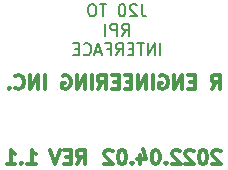
<source format=gbr>
%TF.GenerationSoftware,KiCad,Pcbnew,(5.1.10-1-10_14)*%
%TF.CreationDate,2022-04-02T19:32:47-06:00*%
%TF.ProjectId,RPiG3iMacJ20,52506947-3369-44d6-9163-4a32302e6b69,rev?*%
%TF.SameCoordinates,Original*%
%TF.FileFunction,Legend,Bot*%
%TF.FilePolarity,Positive*%
%FSLAX46Y46*%
G04 Gerber Fmt 4.6, Leading zero omitted, Abs format (unit mm)*
G04 Created by KiCad (PCBNEW (5.1.10-1-10_14)) date 2022-04-02 19:32:47*
%MOMM*%
%LPD*%
G01*
G04 APERTURE LIST*
%ADD10C,0.150000*%
%ADD11C,0.300000*%
G04 APERTURE END LIST*
D10*
X131970238Y-86067380D02*
X131970238Y-86781666D01*
X132017857Y-86924523D01*
X132113095Y-87019761D01*
X132255952Y-87067380D01*
X132351190Y-87067380D01*
X131541666Y-86162619D02*
X131494047Y-86115000D01*
X131398809Y-86067380D01*
X131160714Y-86067380D01*
X131065476Y-86115000D01*
X131017857Y-86162619D01*
X130970238Y-86257857D01*
X130970238Y-86353095D01*
X131017857Y-86495952D01*
X131589285Y-87067380D01*
X130970238Y-87067380D01*
X130351190Y-86067380D02*
X130255952Y-86067380D01*
X130160714Y-86115000D01*
X130113095Y-86162619D01*
X130065476Y-86257857D01*
X130017857Y-86448333D01*
X130017857Y-86686428D01*
X130065476Y-86876904D01*
X130113095Y-86972142D01*
X130160714Y-87019761D01*
X130255952Y-87067380D01*
X130351190Y-87067380D01*
X130446428Y-87019761D01*
X130494047Y-86972142D01*
X130541666Y-86876904D01*
X130589285Y-86686428D01*
X130589285Y-86448333D01*
X130541666Y-86257857D01*
X130494047Y-86162619D01*
X130446428Y-86115000D01*
X130351190Y-86067380D01*
X128970238Y-86067380D02*
X128398809Y-86067380D01*
X128684523Y-87067380D02*
X128684523Y-86067380D01*
X127875000Y-86067380D02*
X127684523Y-86067380D01*
X127589285Y-86115000D01*
X127494047Y-86210238D01*
X127446428Y-86400714D01*
X127446428Y-86734047D01*
X127494047Y-86924523D01*
X127589285Y-87019761D01*
X127684523Y-87067380D01*
X127875000Y-87067380D01*
X127970238Y-87019761D01*
X128065476Y-86924523D01*
X128113095Y-86734047D01*
X128113095Y-86400714D01*
X128065476Y-86210238D01*
X127970238Y-86115000D01*
X127875000Y-86067380D01*
X130303571Y-88717380D02*
X130636904Y-88241190D01*
X130875000Y-88717380D02*
X130875000Y-87717380D01*
X130494047Y-87717380D01*
X130398809Y-87765000D01*
X130351190Y-87812619D01*
X130303571Y-87907857D01*
X130303571Y-88050714D01*
X130351190Y-88145952D01*
X130398809Y-88193571D01*
X130494047Y-88241190D01*
X130875000Y-88241190D01*
X129875000Y-88717380D02*
X129875000Y-87717380D01*
X129494047Y-87717380D01*
X129398809Y-87765000D01*
X129351190Y-87812619D01*
X129303571Y-87907857D01*
X129303571Y-88050714D01*
X129351190Y-88145952D01*
X129398809Y-88193571D01*
X129494047Y-88241190D01*
X129875000Y-88241190D01*
X128875000Y-88717380D02*
X128875000Y-87717380D01*
X133541666Y-90367380D02*
X133541666Y-89367380D01*
X133065476Y-90367380D02*
X133065476Y-89367380D01*
X132494047Y-90367380D01*
X132494047Y-89367380D01*
X132160714Y-89367380D02*
X131589285Y-89367380D01*
X131875000Y-90367380D02*
X131875000Y-89367380D01*
X131255952Y-89843571D02*
X130922619Y-89843571D01*
X130779761Y-90367380D02*
X131255952Y-90367380D01*
X131255952Y-89367380D01*
X130779761Y-89367380D01*
X129779761Y-90367380D02*
X130113095Y-89891190D01*
X130351190Y-90367380D02*
X130351190Y-89367380D01*
X129970238Y-89367380D01*
X129875000Y-89415000D01*
X129827380Y-89462619D01*
X129779761Y-89557857D01*
X129779761Y-89700714D01*
X129827380Y-89795952D01*
X129875000Y-89843571D01*
X129970238Y-89891190D01*
X130351190Y-89891190D01*
X129017857Y-89843571D02*
X129351190Y-89843571D01*
X129351190Y-90367380D02*
X129351190Y-89367380D01*
X128875000Y-89367380D01*
X128541666Y-90081666D02*
X128065476Y-90081666D01*
X128636904Y-90367380D02*
X128303571Y-89367380D01*
X127970238Y-90367380D01*
X127065476Y-90272142D02*
X127113095Y-90319761D01*
X127255952Y-90367380D01*
X127351190Y-90367380D01*
X127494047Y-90319761D01*
X127589285Y-90224523D01*
X127636904Y-90129285D01*
X127684523Y-89938809D01*
X127684523Y-89795952D01*
X127636904Y-89605476D01*
X127589285Y-89510238D01*
X127494047Y-89415000D01*
X127351190Y-89367380D01*
X127255952Y-89367380D01*
X127113095Y-89415000D01*
X127065476Y-89462619D01*
X126636904Y-89843571D02*
X126303571Y-89843571D01*
X126160714Y-90367380D02*
X126636904Y-90367380D01*
X126636904Y-89367380D01*
X126160714Y-89367380D01*
D11*
X138641428Y-98517142D02*
X138584285Y-98460000D01*
X138470000Y-98402857D01*
X138184285Y-98402857D01*
X138070000Y-98460000D01*
X138012857Y-98517142D01*
X137955714Y-98631428D01*
X137955714Y-98745714D01*
X138012857Y-98917142D01*
X138698571Y-99602857D01*
X137955714Y-99602857D01*
X137212857Y-98402857D02*
X137098571Y-98402857D01*
X136984285Y-98460000D01*
X136927142Y-98517142D01*
X136870000Y-98631428D01*
X136812857Y-98860000D01*
X136812857Y-99145714D01*
X136870000Y-99374285D01*
X136927142Y-99488571D01*
X136984285Y-99545714D01*
X137098571Y-99602857D01*
X137212857Y-99602857D01*
X137327142Y-99545714D01*
X137384285Y-99488571D01*
X137441428Y-99374285D01*
X137498571Y-99145714D01*
X137498571Y-98860000D01*
X137441428Y-98631428D01*
X137384285Y-98517142D01*
X137327142Y-98460000D01*
X137212857Y-98402857D01*
X136355714Y-98517142D02*
X136298571Y-98460000D01*
X136184285Y-98402857D01*
X135898571Y-98402857D01*
X135784285Y-98460000D01*
X135727142Y-98517142D01*
X135670000Y-98631428D01*
X135670000Y-98745714D01*
X135727142Y-98917142D01*
X136412857Y-99602857D01*
X135670000Y-99602857D01*
X135212857Y-98517142D02*
X135155714Y-98460000D01*
X135041428Y-98402857D01*
X134755714Y-98402857D01*
X134641428Y-98460000D01*
X134584285Y-98517142D01*
X134527142Y-98631428D01*
X134527142Y-98745714D01*
X134584285Y-98917142D01*
X135270000Y-99602857D01*
X134527142Y-99602857D01*
X134012857Y-99488571D02*
X133955714Y-99545714D01*
X134012857Y-99602857D01*
X134070000Y-99545714D01*
X134012857Y-99488571D01*
X134012857Y-99602857D01*
X133212857Y-98402857D02*
X133098571Y-98402857D01*
X132984285Y-98460000D01*
X132927142Y-98517142D01*
X132870000Y-98631428D01*
X132812857Y-98860000D01*
X132812857Y-99145714D01*
X132870000Y-99374285D01*
X132927142Y-99488571D01*
X132984285Y-99545714D01*
X133098571Y-99602857D01*
X133212857Y-99602857D01*
X133327142Y-99545714D01*
X133384285Y-99488571D01*
X133441428Y-99374285D01*
X133498571Y-99145714D01*
X133498571Y-98860000D01*
X133441428Y-98631428D01*
X133384285Y-98517142D01*
X133327142Y-98460000D01*
X133212857Y-98402857D01*
X131784285Y-98802857D02*
X131784285Y-99602857D01*
X132070000Y-98345714D02*
X132355714Y-99202857D01*
X131612857Y-99202857D01*
X131155714Y-99488571D02*
X131098571Y-99545714D01*
X131155714Y-99602857D01*
X131212857Y-99545714D01*
X131155714Y-99488571D01*
X131155714Y-99602857D01*
X130355714Y-98402857D02*
X130241428Y-98402857D01*
X130127142Y-98460000D01*
X130070000Y-98517142D01*
X130012857Y-98631428D01*
X129955714Y-98860000D01*
X129955714Y-99145714D01*
X130012857Y-99374285D01*
X130070000Y-99488571D01*
X130127142Y-99545714D01*
X130241428Y-99602857D01*
X130355714Y-99602857D01*
X130470000Y-99545714D01*
X130527142Y-99488571D01*
X130584285Y-99374285D01*
X130641428Y-99145714D01*
X130641428Y-98860000D01*
X130584285Y-98631428D01*
X130527142Y-98517142D01*
X130470000Y-98460000D01*
X130355714Y-98402857D01*
X129498571Y-98517142D02*
X129441428Y-98460000D01*
X129327142Y-98402857D01*
X129041428Y-98402857D01*
X128927142Y-98460000D01*
X128870000Y-98517142D01*
X128812857Y-98631428D01*
X128812857Y-98745714D01*
X128870000Y-98917142D01*
X129555714Y-99602857D01*
X128812857Y-99602857D01*
X126468571Y-99602857D02*
X126868571Y-99031428D01*
X127154285Y-99602857D02*
X127154285Y-98402857D01*
X126697142Y-98402857D01*
X126582857Y-98460000D01*
X126525714Y-98517142D01*
X126468571Y-98631428D01*
X126468571Y-98802857D01*
X126525714Y-98917142D01*
X126582857Y-98974285D01*
X126697142Y-99031428D01*
X127154285Y-99031428D01*
X125954285Y-98974285D02*
X125554285Y-98974285D01*
X125382857Y-99602857D02*
X125954285Y-99602857D01*
X125954285Y-98402857D01*
X125382857Y-98402857D01*
X125040000Y-98402857D02*
X124640000Y-99602857D01*
X124240000Y-98402857D01*
X122297142Y-99602857D02*
X122982857Y-99602857D01*
X122640000Y-99602857D02*
X122640000Y-98402857D01*
X122754285Y-98574285D01*
X122868571Y-98688571D01*
X122982857Y-98745714D01*
X121782857Y-99488571D02*
X121725714Y-99545714D01*
X121782857Y-99602857D01*
X121840000Y-99545714D01*
X121782857Y-99488571D01*
X121782857Y-99602857D01*
X120582857Y-99602857D02*
X121268571Y-99602857D01*
X120925714Y-99602857D02*
X120925714Y-98402857D01*
X121040000Y-98574285D01*
X121154285Y-98688571D01*
X121268571Y-98745714D01*
X137898571Y-93252857D02*
X138298571Y-92681428D01*
X138584285Y-93252857D02*
X138584285Y-92052857D01*
X138127142Y-92052857D01*
X138012857Y-92110000D01*
X137955714Y-92167142D01*
X137898571Y-92281428D01*
X137898571Y-92452857D01*
X137955714Y-92567142D01*
X138012857Y-92624285D01*
X138127142Y-92681428D01*
X138584285Y-92681428D01*
X136470000Y-92624285D02*
X136070000Y-92624285D01*
X135898571Y-93252857D02*
X136470000Y-93252857D01*
X136470000Y-92052857D01*
X135898571Y-92052857D01*
X135384285Y-93252857D02*
X135384285Y-92052857D01*
X134698571Y-93252857D01*
X134698571Y-92052857D01*
X133498571Y-92110000D02*
X133612857Y-92052857D01*
X133784285Y-92052857D01*
X133955714Y-92110000D01*
X134070000Y-92224285D01*
X134127142Y-92338571D01*
X134184285Y-92567142D01*
X134184285Y-92738571D01*
X134127142Y-92967142D01*
X134070000Y-93081428D01*
X133955714Y-93195714D01*
X133784285Y-93252857D01*
X133670000Y-93252857D01*
X133498571Y-93195714D01*
X133441428Y-93138571D01*
X133441428Y-92738571D01*
X133670000Y-92738571D01*
X132927142Y-93252857D02*
X132927142Y-92052857D01*
X132355714Y-93252857D02*
X132355714Y-92052857D01*
X131670000Y-93252857D01*
X131670000Y-92052857D01*
X131098571Y-92624285D02*
X130698571Y-92624285D01*
X130527142Y-93252857D02*
X131098571Y-93252857D01*
X131098571Y-92052857D01*
X130527142Y-92052857D01*
X130012857Y-92624285D02*
X129612857Y-92624285D01*
X129441428Y-93252857D02*
X130012857Y-93252857D01*
X130012857Y-92052857D01*
X129441428Y-92052857D01*
X128241428Y-93252857D02*
X128641428Y-92681428D01*
X128927142Y-93252857D02*
X128927142Y-92052857D01*
X128470000Y-92052857D01*
X128355714Y-92110000D01*
X128298571Y-92167142D01*
X128241428Y-92281428D01*
X128241428Y-92452857D01*
X128298571Y-92567142D01*
X128355714Y-92624285D01*
X128470000Y-92681428D01*
X128927142Y-92681428D01*
X127727142Y-93252857D02*
X127727142Y-92052857D01*
X127155714Y-93252857D02*
X127155714Y-92052857D01*
X126470000Y-93252857D01*
X126470000Y-92052857D01*
X125270000Y-92110000D02*
X125384285Y-92052857D01*
X125555714Y-92052857D01*
X125727142Y-92110000D01*
X125841428Y-92224285D01*
X125898571Y-92338571D01*
X125955714Y-92567142D01*
X125955714Y-92738571D01*
X125898571Y-92967142D01*
X125841428Y-93081428D01*
X125727142Y-93195714D01*
X125555714Y-93252857D01*
X125441428Y-93252857D01*
X125270000Y-93195714D01*
X125212857Y-93138571D01*
X125212857Y-92738571D01*
X125441428Y-92738571D01*
X123784285Y-93252857D02*
X123784285Y-92052857D01*
X123212857Y-93252857D02*
X123212857Y-92052857D01*
X122527142Y-93252857D01*
X122527142Y-92052857D01*
X121270000Y-93138571D02*
X121327142Y-93195714D01*
X121498571Y-93252857D01*
X121612857Y-93252857D01*
X121784285Y-93195714D01*
X121898571Y-93081428D01*
X121955714Y-92967142D01*
X122012857Y-92738571D01*
X122012857Y-92567142D01*
X121955714Y-92338571D01*
X121898571Y-92224285D01*
X121784285Y-92110000D01*
X121612857Y-92052857D01*
X121498571Y-92052857D01*
X121327142Y-92110000D01*
X121270000Y-92167142D01*
X120755714Y-93138571D02*
X120698571Y-93195714D01*
X120755714Y-93252857D01*
X120812857Y-93195714D01*
X120755714Y-93138571D01*
X120755714Y-93252857D01*
M02*

</source>
